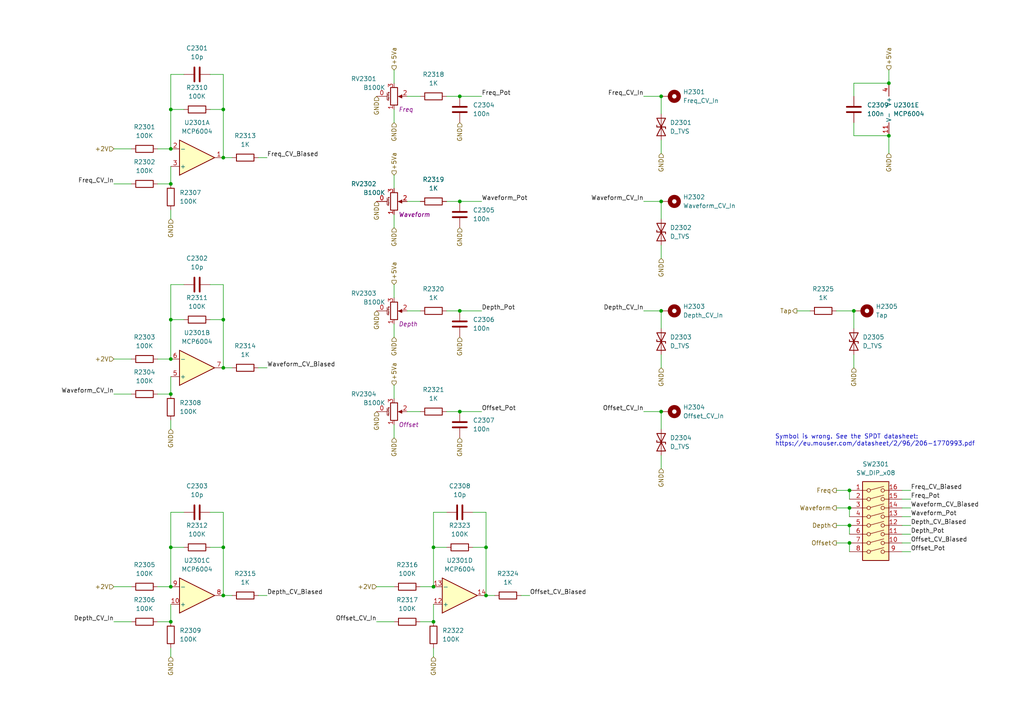
<source format=kicad_sch>
(kicad_sch (version 20211123) (generator eeschema)
  (paper "A4")
  (lib_symbols
    (symbol "Amplifier_Operational:MCP6004" (pin_names (offset 0.127))
      (property "Reference" "U" (at 0 5.08 0))
      (property "Value" "MCP6004" (at 0 -5.08 0))
      (symbol "MCP6004_1_1"
        (polyline (pts (xy -5.08 5.08) (xy 5.08 0) (xy -5.08 -5.08) (xy -5.08 5.08)) (stroke (width 0.254)) (fill (type background)))
        (pin output line (at 7.62 0 180) (length 2.54) (name "~") (number "1"))
        (pin input line (at -7.62 -2.54 0) (length 2.54) (name "-") (number "2"))
        (pin input line (at -7.62 2.54 0) (length 2.54) (name "+") (number "3"))
      )
      (symbol "MCP6004_2_1"
        (polyline (pts (xy -5.08 5.08) (xy 5.08 0) (xy -5.08 -5.08) (xy -5.08 5.08)) (stroke (width 0.254)) (fill (type background)))
        (pin input line (at -7.62 2.54 0) (length 2.54) (name "+") (number "5"))
        (pin input line (at -7.62 -2.54 0) (length 2.54) (name "-") (number "6"))
        (pin output line (at 7.62 0 180) (length 2.54) (name "~") (number "7"))
      )
      (symbol "MCP6004_3_1"
        (polyline (pts (xy -5.08 5.08) (xy 5.08 0) (xy -5.08 -5.08) (xy -5.08 5.08)) (stroke (width 0.254)) (fill (type background)))
        (pin input line (at -7.62 2.54 0) (length 2.54) (name "+") (number "10"))
        (pin output line (at 7.62 0 180) (length 2.54) (name "~") (number "8"))
        (pin input line (at -7.62 -2.54 0) (length 2.54) (name "-") (number "9"))
      )
      (symbol "MCP6004_4_1"
        (polyline (pts (xy -5.08 5.08) (xy 5.08 0) (xy -5.08 -5.08) (xy -5.08 5.08)) (stroke (width 0.254)) (fill (type background)))
        (pin input line (at -7.62 2.54 0) (length 2.54) (name "+") (number "12"))
        (pin input line (at -7.62 -2.54 0) (length 2.54) (name "-") (number "13"))
        (pin output line (at 7.62 0 180) (length 2.54) (name "~") (number "14"))
      )
      (symbol "MCP6004_5_1"
        (pin power_in line (at -2.54 -7.62 90) (length 3.81) (name "V-") (number "11"))
        (pin power_in line (at -2.54 7.62 270) (length 3.81) (name "V+") (number "4"))
      )
    )
    (symbol "Device:C" (pin_numbers hide) (pin_names (offset 0.254))
      (property "Reference" "C" (at 0.635 2.54 0))
      (property "Value" "C" (at 0.635 -2.54 0))
      (symbol "C_0_1"
        (polyline (pts (xy -2.032 -0.762) (xy 2.032 -0.762)) (stroke (width 0.508)))
        (polyline (pts (xy -2.032 0.762) (xy 2.032 0.762)) (stroke (width 0.508)))
      )
      (symbol "C_1_1"
        (pin passive line (at 0 3.81 270) (length 2.794) (name "~") (number "1"))
        (pin passive line (at 0 -3.81 90) (length 2.794) (name "~") (number "2"))
      )
    )
    (symbol "Device:D_TVS" (pin_numbers hide) (pin_names (offset 1.016) hide)
      (property "Reference" "D" (at 0 2.54 0))
      (property "Value" "D_TVS" (at 0 -2.54 0))
      (symbol "D_TVS_0_1"
        (polyline (pts (xy 1.27 0) (xy -1.27 0)))
        (polyline (pts (xy 0.508 1.27) (xy 0 1.27) (xy 0 -1.27) (xy -0.508 -1.27)) (stroke (width 0.254)))
        (polyline (pts (xy -2.54 1.27) (xy -2.54 -1.27) (xy 2.54 1.27) (xy 2.54 -1.27) (xy -2.54 1.27)) (stroke (width 0.254)))
      )
      (symbol "D_TVS_1_1"
        (pin passive line (at -3.81 0 0) (length 2.54) (name "A1") (number "1"))
        (pin passive line (at 3.81 0 180) (length 2.54) (name "A2") (number "2"))
      )
    )
    (symbol "Device:R" (pin_numbers hide) (pin_names (offset 0))
      (property "Reference" "R" (at 2.032 0 90))
      (property "Value" "R" (at 0 0 90))
      (symbol "R_0_1"
        (rectangle (start -1.016 -2.54) (end 1.016 2.54) (stroke (width 0.254)))
      )
      (symbol "R_1_1"
        (pin passive line (at 0 3.81 270) (length 1.27) (name "~") (number "1"))
        (pin passive line (at 0 -3.81 90) (length 1.27) (name "~") (number "2"))
      )
    )
    (symbol "Mechanical:MountingHole_Pad" (pin_numbers hide) (pin_names (offset 1.016) hide)
      (property "Reference" "H" (at 0 6.35 0))
      (property "Value" "MountingHole_Pad" (at 0 4.445 0))
      (symbol "MountingHole_Pad_0_1"
        (circle (center 0 1.27) (radius 1.27) (stroke (width 1.27)))
      )
      (symbol "MountingHole_Pad_1_1"
        (pin input line (at 0 -2.54 90) (length 2.54) (name "1") (number "1"))
      )
    )
    (symbol "R0904NB10KL-25KQ:R_Potentiometer_Shield" (pin_names (offset 1.016) hide)
      (property "Reference" "RV" (at -8.255 0 90))
      (property "Value" "R_Potentiometer_Shield" (at -6.35 0 90))
      (symbol "R_Potentiometer_Shield_0_1"
        (polyline (pts (xy 2.54 0) (xy 1.524 0)))
        (polyline (pts (xy 1.143 0) (xy 2.286 0.508) (xy 2.286 -0.508)) (fill (type outline)))
        (rectangle (start 1.016 2.54) (end -1.016 -2.54) (stroke (width 0.254)))
      )
      (symbol "R_Potentiometer_Shield_1_1"
        (polyline (pts (xy -2.032 1.016) (xy -2.032 -1.016)) (stroke (width 0.1524)))
        (text "Mounting" (at -1.651 0 900) (effects (font (size 0.381 0.381))))
        (pin passive line (at -5.08 0 0) (length 3.048) (name "ShieldPin") (number "0"))
        (pin passive line (at 0 3.81 270) (length 1.27) (name "1") (number "1"))
        (pin passive line (at 3.81 0 180) (length 1.27) (name "2") (number "2"))
        (pin passive line (at 0 -3.81 90) (length 1.27) (name "3") (number "3"))
      )
    )
    (symbol "Switch:SW_DIP_x08" (pin_names (offset 0) hide)
      (property "Reference" "SW" (at 0 13.97 0))
      (property "Value" "SW_DIP_x08" (at 0 -11.43 0))
      (symbol "SW_DIP_x08_0_0"
        (circle (center -2.032 -7.62) (radius 0.508))
        (circle (center -2.032 -5.08) (radius 0.508))
        (circle (center -2.032 -2.54) (radius 0.508))
        (circle (center -2.032 0) (radius 0.508))
        (circle (center -2.032 2.54) (radius 0.508))
        (circle (center -2.032 5.08) (radius 0.508))
        (circle (center -2.032 7.62) (radius 0.508))
        (circle (center -2.032 10.16) (radius 0.508))
        (polyline (pts (xy -1.524 -7.4676) (xy 2.3622 -6.4262)))
        (polyline (pts (xy -1.524 -4.9276) (xy 2.3622 -3.8862)))
        (polyline (pts (xy -1.524 -2.3876) (xy 2.3622 -1.3462)))
        (polyline (pts (xy -1.524 0.127) (xy 2.3622 1.1684)))
        (polyline (pts (xy -1.524 2.667) (xy 2.3622 3.7084)))
        (polyline (pts (xy -1.524 5.207) (xy 2.3622 6.2484)))
        (polyline (pts (xy -1.524 7.747) (xy 2.3622 8.7884)))
        (polyline (pts (xy -1.524 10.287) (xy 2.3622 11.3284)))
        (circle (center 2.032 -7.62) (radius 0.508))
        (circle (center 2.032 -5.08) (radius 0.508))
        (circle (center 2.032 -2.54) (radius 0.508))
        (circle (center 2.032 0) (radius 0.508))
        (circle (center 2.032 2.54) (radius 0.508))
        (circle (center 2.032 5.08) (radius 0.508))
        (circle (center 2.032 7.62) (radius 0.508))
        (circle (center 2.032 10.16) (radius 0.508))
      )
      (symbol "SW_DIP_x08_0_1"
        (rectangle (start -3.81 12.7) (end 3.81 -10.16) (stroke (width 0.254)) (fill (type background)))
      )
      (symbol "SW_DIP_x08_1_1"
        (pin passive line (at -7.62 10.16 0) (length 5.08) (name "~") (number "1"))
        (pin passive line (at 7.62 -5.08 180) (length 5.08) (name "~") (number "10"))
        (pin passive line (at 7.62 -2.54 180) (length 5.08) (name "~") (number "11"))
        (pin passive line (at 7.62 0 180) (length 5.08) (name "~") (number "12"))
        (pin passive line (at 7.62 2.54 180) (length 5.08) (name "~") (number "13"))
        (pin passive line (at 7.62 5.08 180) (length 5.08) (name "~") (number "14"))
        (pin passive line (at 7.62 7.62 180) (length 5.08) (name "~") (number "15"))
        (pin passive line (at 7.62 10.16 180) (length 5.08) (name "~") (number "16"))
        (pin passive line (at -7.62 7.62 0) (length 5.08) (name "~") (number "2"))
        (pin passive line (at -7.62 5.08 0) (length 5.08) (name "~") (number "3"))
        (pin passive line (at -7.62 2.54 0) (length 5.08) (name "~") (number "4"))
        (pin passive line (at -7.62 0 0) (length 5.08) (name "~") (number "5"))
        (pin passive line (at -7.62 -2.54 0) (length 5.08) (name "~") (number "6"))
        (pin passive line (at -7.62 -5.08 0) (length 5.08) (name "~") (number "7"))
        (pin passive line (at -7.62 -7.62 0) (length 5.08) (name "~") (number "8"))
        (pin passive line (at 7.62 -7.62 180) (length 5.08) (name "~") (number "9"))
      )
    )
  )
  (junction (at 246.38 142.24))
  (junction (at 246.38 157.48))
  (junction (at 133.35 58.42))
  (junction (at 191.77 58.42))
  (junction (at 140.97 158.75))
  (junction (at 49.53 180.34))
  (junction (at 49.53 114.3))
  (junction (at 133.35 27.94))
  (junction (at 64.77 172.72))
  (junction (at 64.77 158.75))
  (junction (at 257.81 39.37))
  (junction (at 49.53 158.75))
  (junction (at 191.77 119.38))
  (junction (at 246.38 147.32))
  (junction (at 125.73 170.18))
  (junction (at 133.35 119.38))
  (junction (at 125.73 158.75))
  (junction (at 191.77 27.94))
  (junction (at 49.53 92.71))
  (junction (at 49.53 31.75))
  (junction (at 140.97 172.72))
  (junction (at 246.38 152.4))
  (junction (at 64.77 31.75))
  (junction (at 49.53 170.18))
  (junction (at 133.35 90.17))
  (junction (at 191.77 90.17))
  (junction (at 49.53 53.34))
  (junction (at 64.77 45.72))
  (junction (at 257.81 24.13))
  (junction (at 64.77 92.71))
  (junction (at 49.53 104.14))
  (junction (at 64.77 106.68))
  (junction (at 49.53 43.18))
  (junction (at 247.65 90.17))
  (junction (at 125.73 180.34))
  (wire (pts (xy 191.77 119.38) (xy 191.77 124.46)))
  (wire (pts (xy 60.96 92.71) (xy 64.77 92.71)))
  (wire (pts (xy 64.77 82.55) (xy 64.77 92.71)))
  (wire (pts (xy 261.62 142.24) (xy 264.16 142.24)))
  (wire (pts (xy 247.65 102.87) (xy 247.65 106.68)))
  (wire (pts (xy 109.22 170.18) (xy 114.3 170.18)))
  (wire (pts (xy 261.62 149.86) (xy 264.16 149.86)))
  (wire (pts (xy 247.65 39.37) (xy 257.81 39.37)))
  (wire (pts (xy 45.72 170.18) (xy 49.53 170.18)))
  (wire (pts (xy 133.35 90.17) (xy 139.7 90.17)))
  (wire (pts (xy 186.69 90.17) (xy 191.77 90.17)))
  (wire (pts (xy 247.65 35.56) (xy 247.65 39.37)))
  (wire (pts (xy 114.3 20.32) (xy 114.3 24.13)))
  (wire (pts (xy 125.73 158.75) (xy 129.54 158.75)))
  (wire (pts (xy 64.77 92.71) (xy 64.77 106.68)))
  (wire (pts (xy 60.96 31.75) (xy 64.77 31.75)))
  (wire (pts (xy 246.38 147.32) (xy 246.38 149.86)))
  (wire (pts (xy 129.54 90.17) (xy 133.35 90.17)))
  (wire (pts (xy 114.3 62.23) (xy 114.3 66.04)))
  (wire (pts (xy 191.77 27.94) (xy 191.77 33.02)))
  (wire (pts (xy 247.65 27.94) (xy 247.65 24.13)))
  (wire (pts (xy 49.53 148.59) (xy 49.53 158.75)))
  (wire (pts (xy 137.16 158.75) (xy 140.97 158.75)))
  (wire (pts (xy 49.53 170.18) (xy 49.53 158.75)))
  (wire (pts (xy 261.62 147.32) (xy 264.16 147.32)))
  (wire (pts (xy 114.3 50.8) (xy 114.3 54.61)))
  (wire (pts (xy 64.77 148.59) (xy 64.77 158.75)))
  (wire (pts (xy 140.97 172.72) (xy 143.51 172.72)))
  (wire (pts (xy 45.72 53.34) (xy 49.53 53.34)))
  (wire (pts (xy 45.72 43.18) (xy 49.53 43.18)))
  (wire (pts (xy 191.77 40.64) (xy 191.77 44.45)))
  (wire (pts (xy 125.73 148.59) (xy 125.73 158.75)))
  (wire (pts (xy 49.53 92.71) (xy 53.34 92.71)))
  (wire (pts (xy 242.57 147.32) (xy 246.38 147.32)))
  (wire (pts (xy 38.1 53.34) (xy 33.02 53.34)))
  (wire (pts (xy 261.62 154.94) (xy 264.16 154.94)))
  (wire (pts (xy 38.1 114.3) (xy 33.02 114.3)))
  (wire (pts (xy 242.57 142.24) (xy 246.38 142.24)))
  (wire (pts (xy 118.11 27.94) (xy 121.92 27.94)))
  (wire (pts (xy 60.96 158.75) (xy 64.77 158.75)))
  (wire (pts (xy 118.11 119.38) (xy 121.92 119.38)))
  (wire (pts (xy 140.97 158.75) (xy 140.97 172.72)))
  (wire (pts (xy 247.65 24.13) (xy 257.81 24.13)))
  (wire (pts (xy 74.93 106.68) (xy 77.47 106.68)))
  (wire (pts (xy 186.69 119.38) (xy 191.77 119.38)))
  (wire (pts (xy 257.81 39.37) (xy 257.81 44.45)))
  (wire (pts (xy 49.53 21.59) (xy 49.53 31.75)))
  (wire (pts (xy 45.72 180.34) (xy 49.53 180.34)))
  (wire (pts (xy 33.02 170.18) (xy 38.1 170.18)))
  (wire (pts (xy 49.53 31.75) (xy 53.34 31.75)))
  (wire (pts (xy 45.72 104.14) (xy 49.53 104.14)))
  (wire (pts (xy 242.57 157.48) (xy 246.38 157.48)))
  (wire (pts (xy 60.96 21.59) (xy 64.77 21.59)))
  (wire (pts (xy 60.96 82.55) (xy 64.77 82.55)))
  (wire (pts (xy 125.73 170.18) (xy 125.73 158.75)))
  (wire (pts (xy 49.53 82.55) (xy 49.53 92.71)))
  (wire (pts (xy 242.57 90.17) (xy 247.65 90.17)))
  (wire (pts (xy 121.92 170.18) (xy 125.73 170.18)))
  (wire (pts (xy 49.53 60.96) (xy 49.53 63.5)))
  (wire (pts (xy 246.38 152.4) (xy 246.38 154.94)))
  (wire (pts (xy 191.77 90.17) (xy 191.77 95.25)))
  (wire (pts (xy 114.3 123.19) (xy 114.3 127)))
  (wire (pts (xy 53.34 82.55) (xy 49.53 82.55)))
  (wire (pts (xy 129.54 27.94) (xy 133.35 27.94)))
  (wire (pts (xy 246.38 142.24) (xy 246.38 144.78)))
  (wire (pts (xy 191.77 102.87) (xy 191.77 106.68)))
  (wire (pts (xy 49.53 43.18) (xy 49.53 31.75)))
  (wire (pts (xy 137.16 148.59) (xy 140.97 148.59)))
  (wire (pts (xy 191.77 132.08) (xy 191.77 135.89)))
  (wire (pts (xy 133.35 119.38) (xy 139.7 119.38)))
  (wire (pts (xy 64.77 158.75) (xy 64.77 172.72)))
  (wire (pts (xy 133.35 27.94) (xy 139.7 27.94)))
  (wire (pts (xy 118.11 58.42) (xy 121.92 58.42)))
  (wire (pts (xy 129.54 58.42) (xy 133.35 58.42)))
  (wire (pts (xy 53.34 148.59) (xy 49.53 148.59)))
  (wire (pts (xy 49.53 121.92) (xy 49.53 124.46)))
  (wire (pts (xy 191.77 58.42) (xy 191.77 63.5)))
  (wire (pts (xy 64.77 106.68) (xy 67.31 106.68)))
  (wire (pts (xy 261.62 144.78) (xy 264.16 144.78)))
  (wire (pts (xy 114.3 180.34) (xy 109.22 180.34)))
  (wire (pts (xy 45.72 114.3) (xy 49.53 114.3)))
  (wire (pts (xy 129.54 119.38) (xy 133.35 119.38)))
  (wire (pts (xy 64.77 21.59) (xy 64.77 31.75)))
  (wire (pts (xy 49.53 175.26) (xy 49.53 180.34)))
  (wire (pts (xy 133.35 58.42) (xy 139.7 58.42)))
  (wire (pts (xy 231.14 90.17) (xy 234.95 90.17)))
  (wire (pts (xy 53.34 21.59) (xy 49.53 21.59)))
  (wire (pts (xy 74.93 45.72) (xy 77.47 45.72)))
  (wire (pts (xy 74.93 172.72) (xy 77.47 172.72)))
  (wire (pts (xy 140.97 148.59) (xy 140.97 158.75)))
  (wire (pts (xy 64.77 45.72) (xy 67.31 45.72)))
  (wire (pts (xy 38.1 180.34) (xy 33.02 180.34)))
  (wire (pts (xy 49.53 158.75) (xy 53.34 158.75)))
  (wire (pts (xy 118.11 90.17) (xy 121.92 90.17)))
  (wire (pts (xy 186.69 58.42) (xy 191.77 58.42)))
  (wire (pts (xy 261.62 152.4) (xy 264.16 152.4)))
  (wire (pts (xy 49.53 48.26) (xy 49.53 53.34)))
  (wire (pts (xy 33.02 43.18) (xy 38.1 43.18)))
  (wire (pts (xy 64.77 31.75) (xy 64.77 45.72)))
  (wire (pts (xy 242.57 152.4) (xy 246.38 152.4)))
  (wire (pts (xy 121.92 180.34) (xy 125.73 180.34)))
  (wire (pts (xy 261.62 157.48) (xy 264.16 157.48)))
  (wire (pts (xy 114.3 111.76) (xy 114.3 115.57)))
  (wire (pts (xy 64.77 172.72) (xy 67.31 172.72)))
  (wire (pts (xy 151.13 172.72) (xy 153.67 172.72)))
  (wire (pts (xy 49.53 109.22) (xy 49.53 114.3)))
  (wire (pts (xy 191.77 71.12) (xy 191.77 74.93)))
  (wire (pts (xy 247.65 90.17) (xy 247.65 95.25)))
  (wire (pts (xy 33.02 104.14) (xy 38.1 104.14)))
  (wire (pts (xy 261.62 160.02) (xy 264.16 160.02)))
  (wire (pts (xy 49.53 104.14) (xy 49.53 92.71)))
  (wire (pts (xy 125.73 175.26) (xy 125.73 180.34)))
  (wire (pts (xy 257.81 20.32) (xy 257.81 24.13)))
  (wire (pts (xy 60.96 148.59) (xy 64.77 148.59)))
  (wire (pts (xy 129.54 148.59) (xy 125.73 148.59)))
  (wire (pts (xy 186.69 27.94) (xy 191.77 27.94)))
  (wire (pts (xy 246.38 157.48) (xy 246.38 160.02)))
  (wire (pts (xy 114.3 31.75) (xy 114.3 35.56)))
  (wire (pts (xy 49.53 187.96) (xy 49.53 190.5)))
  (wire (pts (xy 114.3 82.55) (xy 114.3 86.36)))
  (wire (pts (xy 114.3 93.98) (xy 114.3 97.79)))
  (wire (pts (xy 125.73 187.96) (xy 125.73 190.5)))
  (text "Symbol is wrong. See the SPDT datasheet:\nhttps://eu.mouser.com/datasheet/2/96/206-1770993.pdf" (at 224.79 129.54 0) (effects (font (size 1.27 1.27)) (justify left bottom)))
  (label "Offset_Pot" (at 264.16 160.02 0))
  (label "Freq_CV_In" (at 33.02 53.34 180))
  (label "Waveform_CV_Biased" (at 264.16 147.32 0))
  (label "Waveform_Pot" (at 264.16 149.86 0))
  (label "Depth_CV_Biased" (at 264.16 152.4 0))
  (label "Depth_Pot" (at 264.16 154.94 0))
  (label "Waveform_CV_Biased" (at 77.47 106.68 0))
  (label "Waveform_CV_In" (at 186.69 58.42 180))
  (label "Offset_CV_In" (at 186.69 119.38 180))
  (label "Depth_CV_Biased" (at 77.47 172.72 0))
  (label "Depth_CV_In" (at 33.02 180.34 180))
  (label "Freq_Pot" (at 264.16 144.78 0))
  (label "Freq_CV_Biased" (at 264.16 142.24 0))
  (label "Offset_CV_Biased" (at 264.16 157.48 0))
  (label "Offset_CV_Biased" (at 153.67 172.72 0))
  (label "Depth_CV_In" (at 186.69 90.17 180))
  (label "Offset_CV_In" (at 109.22 180.34 180))
  (label "Depth_Pot" (at 139.7 90.17 0))
  (label "Freq_Pot" (at 139.7 27.94 0))
  (label "Waveform_Pot" (at 139.7 58.42 0))
  (label "Offset_Pot" (at 139.7 119.38 0))
  (label "Waveform_CV_In" (at 33.02 114.3 180))
  (label "Freq_CV_Biased" (at 77.47 45.72 0))
  (label "Freq_CV_In" (at 186.69 27.94 180))
  (hierarchical_label "GND" (shape input) (at 133.35 127 270))
  (hierarchical_label "GND" (shape input) (at 191.77 44.45 270))
  (hierarchical_label "GND" (shape input) (at 114.3 35.56 270))
  (hierarchical_label "GND" (shape input) (at 109.22 119.38 270))
  (hierarchical_label "+5Va" (shape input) (at 114.3 50.8 90))
  (hierarchical_label "Offset" (shape output) (at 242.57 157.48 180))
  (hierarchical_label "GND" (shape input) (at 191.77 106.68 270))
  (hierarchical_label "GND" (shape input) (at 133.35 35.56 270))
  (hierarchical_label "GND" (shape input) (at 247.65 106.68 270))
  (hierarchical_label "+5Va" (shape input) (at 114.3 20.32 90))
  (hierarchical_label "GND" (shape input) (at 114.3 66.04 270))
  (hierarchical_label "+2V" (shape input) (at 33.02 104.14 180))
  (hierarchical_label "GND" (shape input) (at 125.73 190.5 270))
  (hierarchical_label "+5Va" (shape input) (at 257.81 20.32 90))
  (hierarchical_label "GND" (shape input) (at 49.53 124.46 270))
  (hierarchical_label "GND" (shape input) (at 114.3 127 270))
  (hierarchical_label "+5Va" (shape input) (at 114.3 111.76 90))
  (hierarchical_label "Depth" (shape output) (at 242.57 152.4 180))
  (hierarchical_label "Tap" (shape output) (at 231.14 90.17 180))
  (hierarchical_label "GND" (shape input) (at 257.81 44.45 270))
  (hierarchical_label "+2V" (shape input) (at 109.22 170.18 180))
  (hierarchical_label "GND" (shape input) (at 49.53 190.5 270))
  (hierarchical_label "+2V" (shape input) (at 33.02 170.18 180))
  (hierarchical_label "GND" (shape input) (at 109.22 27.94 270))
  (hierarchical_label "GND" (shape input) (at 191.77 74.93 270))
  (hierarchical_label "+5Va" (shape input) (at 114.3 82.55 90))
  (hierarchical_label "GND" (shape input) (at 109.22 90.17 270))
  (hierarchical_label "GND" (shape input) (at 109.22 58.42 270))
  (hierarchical_label "GND" (shape input) (at 133.35 66.04 270))
  (hierarchical_label "+2V" (shape input) (at 33.02 43.18 180))
  (hierarchical_label "GND" (shape input) (at 133.35 97.79 270))
  (hierarchical_label "GND" (shape input) (at 114.3 97.79 270))
  (hierarchical_label "Freq" (shape output) (at 242.57 142.24 180))
  (hierarchical_label "GND" (shape input) (at 191.77 135.89 270))
  (hierarchical_label "Waveform" (shape output) (at 242.57 147.32 180))
  (hierarchical_label "GND" (shape input) (at 49.53 63.5 270))
  (symbol (lib_id "R0904NB10KL-25KQ:R_Potentiometer_Shield") (at 114.3 27.94 0) (mirror x) (unit 1)
    (property "Reference" "RV2301" (at 109.22 22.86 0) (effects (justify right)))
    (property "Value" "B100K" (at 111.76 25.4 0) (effects (justify right)))
    (property "Footprint" "R0904NB10KL-25KQ:V2_TRIM_R0904NB10KL-25KQ-" (effects hide))
    (property "Role" "Freq" (at 115.57 31.75 0) (effects (font italic) (justify left)))
  )
  (symbol (lib_id "Device:R") (at 57.15 158.75 90) (unit 1)
    (property "Reference" "R2312" (at 57.15 152.4 90))
    (property "Value" "100K" (at 57.15 154.94 90))
    (property "Footprint" "Resistor_SMD:R_0603_1608Metric_Pad0.98x0.95mm_HandSolder" (effects hide))
  )
  (symbol (lib_id "Device:C") (at 57.15 82.55 90) (unit 1)
    (property "Reference" "C2302" (at 57.15 74.93 90))
    (property "Value" "10p" (at 57.15 77.47 90))
    (property "Footprint" "Capacitor_SMD:C_0603_1608Metric_Pad1.08x0.95mm_HandSolder" (effects hide))
  )
  (symbol (lib_id "Amplifier_Operational:MCP6004") (at 133.35 172.72 0) (mirror x) (unit 4)
    (property "Reference" "U2301" (at 133.35 162.56 0))
    (property "Value" "MCP6004" (at 133.35 165.1 0))
    (property "Footprint" "Package_SO:SOIC-14_3.9x8.7mm_P1.27mm" (effects hide))
    (property "Datasheet" "http://ww1.microchip.com/downloads/en/DeviceDoc/21733j.pdf" (effects hide))
  )
  (symbol (lib_id "Device:D_TVS") (at 191.77 36.83 90) (unit 1)
    (property "Reference" "D2301" (at 194.31 35.5599 90) (effects (justify right)))
    (property "Value" "D_TVS" (at 194.31 38.0999 90) (effects (justify right)))
    (property "Footprint" "Diode_SMD:D_SOD-323_HandSoldering" (effects hide))
  )
  (symbol (lib_id "Device:D_TVS") (at 191.77 128.27 90) (unit 1)
    (property "Reference" "D2304" (at 194.31 126.9999 90) (effects (justify right)))
    (property "Value" "D_TVS" (at 194.31 129.5399 90) (effects (justify right)))
    (property "Footprint" "Diode_SMD:D_SOD-323_HandSoldering" (effects hide))
  )
  (symbol (lib_id "Device:R") (at 57.15 92.71 90) (unit 1)
    (property "Reference" "R2311" (at 57.15 86.36 90))
    (property "Value" "100K" (at 57.15 88.9 90))
    (property "Footprint" "Resistor_SMD:R_0603_1608Metric_Pad0.98x0.95mm_HandSolder" (effects hide))
  )
  (symbol (lib_id "Device:R") (at 147.32 172.72 90) (unit 1)
    (property "Reference" "R2324" (at 147.32 166.37 90))
    (property "Value" "1K" (at 147.32 168.91 90))
    (property "Footprint" "Resistor_SMD:R_0603_1608Metric_Pad0.98x0.95mm_HandSolder" (effects hide))
  )
  (symbol (lib_id "Device:C") (at 133.35 148.59 90) (unit 1)
    (property "Reference" "C2308" (at 133.35 140.97 90))
    (property "Value" "10p" (at 133.35 143.51 90))
    (property "Footprint" "Capacitor_SMD:C_0603_1608Metric_Pad1.08x0.95mm_HandSolder" (effects hide))
  )
  (symbol (lib_id "Mechanical:MountingHole_Pad") (at 194.31 90.17 270) (unit 1)
    (property "Reference" "H2303" (at 198.12 88.8999 90) (effects (justify left)))
    (property "Value" "Depth_CV_In" (at 198.12 91.4399 90) (effects (justify left)))
    (property "Footprint" "MountingHole:MountingHole_4.3mm_M4_Pad_TopBottom" (effects hide))
  )
  (symbol (lib_id "Device:R") (at 125.73 90.17 90) (unit 1)
    (property "Reference" "R2320" (at 125.73 83.82 90))
    (property "Value" "1K" (at 125.73 86.36 90))
    (property "Footprint" "Resistor_SMD:R_0603_1608Metric_Pad0.98x0.95mm_HandSolder" (effects hide))
  )
  (symbol (lib_id "Amplifier_Operational:MCP6004") (at 57.15 45.72 0) (mirror x) (unit 1)
    (property "Reference" "U2301" (at 57.15 35.56 0))
    (property "Value" "MCP6004" (at 57.15 38.1 0))
    (property "Footprint" "Package_SO:SOIC-14_3.9x8.7mm_P1.27mm" (effects hide))
    (property "Datasheet" "http://ww1.microchip.com/downloads/en/DeviceDoc/21733j.pdf" (effects hide))
  )
  (symbol (lib_id "Device:C") (at 133.35 62.23 0) (unit 1)
    (property "Reference" "C2305" (at 137.16 60.9599 0) (effects (justify left)))
    (property "Value" "100n" (at 137.16 63.4999 0) (effects (justify left)))
    (property "Footprint" "Capacitor_SMD:C_0603_1608Metric_Pad1.08x0.95mm_HandSolder" (effects hide))
  )
  (symbol (lib_id "Device:R") (at 41.91 43.18 90) (unit 1)
    (property "Reference" "R2301" (at 41.91 36.83 90))
    (property "Value" "100K" (at 41.91 39.37 90))
    (property "Footprint" "Resistor_SMD:R_0603_1608Metric_Pad0.98x0.95mm_HandSolder" (effects hide))
  )
  (symbol (lib_id "Mechanical:MountingHole_Pad") (at 194.31 58.42 270) (unit 1)
    (property "Reference" "H2302" (at 198.12 57.1499 90) (effects (justify left)))
    (property "Value" "Waveform_CV_In" (at 198.12 59.6899 90) (effects (justify left)))
    (property "Footprint" "MountingHole:MountingHole_4.3mm_M4_Pad_TopBottom" (effects hide))
  )
  (symbol (lib_id "Device:R") (at 41.91 114.3 90) (unit 1)
    (property "Reference" "R2304" (at 41.91 107.95 90))
    (property "Value" "100K" (at 41.91 110.49 90))
    (property "Footprint" "Resistor_SMD:R_0603_1608Metric_Pad0.98x0.95mm_HandSolder" (effects hide))
  )
  (symbol (lib_id "Device:R") (at 57.15 31.75 90) (unit 1)
    (property "Reference" "R2310" (at 57.15 25.4 90))
    (property "Value" "100K" (at 57.15 27.94 90))
    (property "Footprint" "Resistor_SMD:R_0603_1608Metric_Pad0.98x0.95mm_HandSolder" (effects hide))
  )
  (symbol (lib_id "Device:D_TVS") (at 191.77 67.31 90) (unit 1)
    (property "Reference" "D2302" (at 194.31 66.0399 90) (effects (justify right)))
    (property "Value" "D_TVS" (at 194.31 68.5799 90) (effects (justify right)))
    (property "Footprint" "Diode_SMD:D_SOD-323_HandSoldering" (effects hide))
  )
  (symbol (lib_id "Device:R") (at 41.91 170.18 90) (unit 1)
    (property "Reference" "R2305" (at 41.91 163.83 90))
    (property "Value" "100K" (at 41.91 166.37 90))
    (property "Footprint" "Resistor_SMD:R_0603_1608Metric_Pad0.98x0.95mm_HandSolder" (effects hide))
  )
  (symbol (lib_id "Mechanical:MountingHole_Pad") (at 194.31 119.38 270) (unit 1)
    (property "Reference" "H2304" (at 198.12 118.1099 90) (effects (justify left)))
    (property "Value" "Offset_CV_In" (at 198.12 120.6499 90) (effects (justify left)))
    (property "Footprint" "MountingHole:MountingHole_4.3mm_M4_Pad_TopBottom" (effects hide))
  )
  (symbol (lib_id "Mechanical:MountingHole_Pad") (at 250.19 90.17 270) (unit 1)
    (property "Reference" "H2305" (at 254 88.8999 90) (effects (justify left)))
    (property "Value" "Tap" (at 254 91.4399 90) (effects (justify left)))
    (property "Footprint" "MountingHole:MountingHole_4.3mm_M4_Pad_TopBottom" (effects hide))
  )
  (symbol (lib_id "Device:R") (at 41.91 104.14 90) (unit 1)
    (property "Reference" "R2303" (at 41.91 97.79 90))
    (property "Value" "100K" (at 41.91 100.33 90))
    (property "Footprint" "Resistor_SMD:R_0603_1608Metric_Pad0.98x0.95mm_HandSolder" (effects hide))
  )
  (symbol (lib_id "Device:D_TVS") (at 247.65 99.06 90) (unit 1)
    (property "Reference" "D2305" (at 250.19 97.7899 90) (effects (justify right)))
    (property "Value" "D_TVS" (at 250.19 100.3299 90) (effects (justify right)))
    (property "Footprint" "Diode_SMD:D_SOD-323_HandSoldering" (effects hide))
  )
  (symbol (lib_id "R0904NB10KL-25KQ:R_Potentiometer_Shield") (at 114.3 90.17 0) (mirror x) (unit 1)
    (property "Reference" "RV2303" (at 109.22 85.09 0) (effects (justify right)))
    (property "Value" "B100K" (at 111.76 87.63 0) (effects (justify right)))
    (property "Footprint" "R0904NB10KL-25KQ:V2_TRIM_R0904NB10KL-25KQ-" (effects hide))
    (property "Role" "Depth" (at 115.57 93.98 0) (effects (font italic) (justify left)))
  )
  (symbol (lib_id "Device:R") (at 118.11 170.18 90) (unit 1)
    (property "Reference" "R2316" (at 118.11 163.83 90))
    (property "Value" "100K" (at 118.11 166.37 90))
    (property "Footprint" "Resistor_SMD:R_0603_1608Metric_Pad0.98x0.95mm_HandSolder" (effects hide))
  )
  (symbol (lib_id "Device:R") (at 118.11 180.34 90) (unit 1)
    (property "Reference" "R2317" (at 118.11 173.99 90))
    (property "Value" "100K" (at 118.11 176.53 90))
    (property "Footprint" "Resistor_SMD:R_0603_1608Metric_Pad0.98x0.95mm_HandSolder" (effects hide))
  )
  (symbol (lib_id "Device:C") (at 133.35 31.75 0) (unit 1)
    (property "Reference" "C2304" (at 137.16 30.4799 0) (effects (justify left)))
    (property "Value" "100n" (at 137.16 33.0199 0) (effects (justify left)))
    (property "Footprint" "Capacitor_SMD:C_0603_1608Metric_Pad1.08x0.95mm_HandSolder" (effects hide))
  )
  (symbol (lib_id "Mechanical:MountingHole_Pad") (at 194.31 27.94 270) (unit 1)
    (property "Reference" "H2301" (at 198.12 26.6699 90) (effects (justify left)))
    (property "Value" "Freq_CV_In" (at 198.12 29.2099 90) (effects (justify left)))
    (property "Footprint" "MountingHole:MountingHole_4.3mm_M4_Pad_TopBottom" (effects hide))
  )
  (symbol (lib_id "R0904NB10KL-25KQ:R_Potentiometer_Shield") (at 114.3 119.38 0) (mirror x) (unit 1)
    (property "Reference" "RV2304" (at 109.22 114.3 0) (effects (justify right)))
    (property "Value" "B100K" (at 111.76 116.84 0) (effects (justify right)))
    (property "Footprint" "R0904NB10KL-25KQ:V2_TRIM_R0904NB10KL-25KQ-" (effects hide))
    (property "Role" "Offset" (at 115.57 123.19 0) (effects (font italic) (justify left)))
  )
  (symbol (lib_id "Device:R") (at 71.12 172.72 90) (unit 1)
    (property "Reference" "R2315" (at 71.12 166.37 90))
    (property "Value" "1K" (at 71.12 168.91 90))
    (property "Footprint" "Resistor_SMD:R_0603_1608Metric_Pad0.98x0.95mm_HandSolder" (effects hide))
  )
  (symbol (lib_id "Switch:SW_DIP_x08") (at 254 152.4 0) (unit 1)
    (property "Reference" "SW2301" (at 254 134.62 0))
    (property "Value" "SW_DIP_x08" (at 254 137.16 0))
    (property "Footprint" "Button_Switch_THT:SW_DIP_SPSTx08_Slide_9.78x22.5mm_W7.62mm_P2.54mm" (effects hide))
  )
  (symbol (lib_id "Device:C") (at 133.35 93.98 0) (unit 1)
    (property "Reference" "C2306" (at 137.16 92.7099 0) (effects (justify left)))
    (property "Value" "100n" (at 137.16 95.2499 0) (effects (justify left)))
    (property "Footprint" "Capacitor_SMD:C_0603_1608Metric_Pad1.08x0.95mm_HandSolder" (effects hide))
  )
  (symbol (lib_id "Amplifier_Operational:MCP6004") (at 57.15 106.68 0) (mirror x) (unit 2)
    (property "Reference" "U2301" (at 57.15 96.52 0))
    (property "Value" "MCP6004" (at 57.15 99.06 0))
    (property "Footprint" "Package_SO:SOIC-14_3.9x8.7mm_P1.27mm" (effects hide))
    (property "Datasheet" "http://ww1.microchip.com/downloads/en/DeviceDoc/21733j.pdf" (effects hide))
  )
  (symbol (lib_id "Device:C") (at 57.15 21.59 90) (unit 1)
    (property "Reference" "C2301" (at 57.15 13.97 90))
    (property "Value" "10p" (at 57.15 16.51 90))
    (property "Footprint" "Capacitor_SMD:C_0603_1608Metric_Pad1.08x0.95mm_HandSolder" (effects hide))
  )
  (symbol (lib_id "Device:R") (at 125.73 184.15 180) (unit 1)
    (property "Reference" "R2322" (at 128.27 182.8799 0) (effects (justify right)))
    (property "Value" "100K" (at 128.27 185.4199 0) (effects (justify right)))
    (property "Footprint" "Resistor_SMD:R_0603_1608Metric_Pad0.98x0.95mm_HandSolder" (effects hide))
  )
  (symbol (lib_id "Device:R") (at 41.91 180.34 90) (unit 1)
    (property "Reference" "R2306" (at 41.91 173.99 90))
    (property "Value" "100K" (at 41.91 176.53 90))
    (property "Footprint" "Resistor_SMD:R_0603_1608Metric_Pad0.98x0.95mm_HandSolder" (effects hide))
  )
  (symbol (lib_id "Device:R") (at 133.35 158.75 90) (unit 1)
    (property "Reference" "R2323" (at 133.35 152.4 90))
    (property "Value" "100K" (at 133.35 154.94 90))
    (property "Footprint" "Resistor_SMD:R_0603_1608Metric_Pad0.98x0.95mm_HandSolder" (effects hide))
  )
  (symbol (lib_id "Device:C") (at 133.35 123.19 0) (unit 1)
    (property "Reference" "C2307" (at 137.16 121.9199 0) (effects (justify left)))
    (property "Value" "100n" (at 137.16 124.4599 0) (effects (justify left)))
    (property "Footprint" "Capacitor_SMD:C_0603_1608Metric_Pad1.08x0.95mm_HandSolder" (effects hide))
  )
  (symbol (lib_id "Device:R") (at 125.73 58.42 90) (unit 1)
    (property "Reference" "R2319" (at 125.73 52.07 90))
    (property "Value" "1K" (at 125.73 54.61 90))
    (property "Footprint" "Resistor_SMD:R_0603_1608Metric_Pad0.98x0.95mm_HandSolder" (effects hide))
  )
  (symbol (lib_id "Amplifier_Operational:MCP6004") (at 260.35 31.75 0) (unit 5)
    (property "Reference" "U2301" (at 259.08 30.4799 0) (effects (justify left)))
    (property "Value" "MCP6004" (at 259.08 33.0199 0) (effects (justify left)))
    (property "Footprint" "Package_SO:SOIC-14_3.9x8.7mm_P1.27mm" (effects hide))
    (property "Datasheet" "http://ww1.microchip.com/downloads/en/DeviceDoc/21733j.pdf" (effects hide))
  )
  (symbol (lib_id "Device:C") (at 57.15 148.59 90) (unit 1)
    (property "Reference" "C2303" (at 57.15 140.97 90))
    (property "Value" "10p" (at 57.15 143.51 90))
    (property "Footprint" "Capacitor_SMD:C_0603_1608Metric_Pad1.08x0.95mm_HandSolder" (effects hide))
  )
  (symbol (lib_id "R0904NB10KL-25KQ:R_Potentiometer_Shield") (at 114.3 58.42 0) (mirror x) (unit 1)
    (property "Reference" "RV2302" (at 109.22 53.34 0) (effects (justify right)))
    (property "Value" "B100K" (at 111.76 55.88 0) (effects (justify right)))
    (property "Footprint" "R0904NB10KL-25KQ:V2_TRIM_R0904NB10KL-25KQ-" (effects hide))
    (property "Role" "Waveform" (at 115.57 62.23 0) (effects (font italic) (justify left)))
  )
  (symbol (lib_id "Device:R") (at 238.76 90.17 90) (unit 1)
    (property "Reference" "R2325" (at 238.76 83.82 90))
    (property "Value" "1K" (at 238.76 86.36 90))
    (property "Footprint" "Resistor_SMD:R_0603_1608Metric_Pad0.98x0.95mm_HandSolder" (effects hide))
  )
  (symbol (lib_id "Device:R") (at 125.73 119.38 90) (unit 1)
    (property "Reference" "R2321" (at 125.73 113.03 90))
    (property "Value" "1K" (at 125.73 115.57 90))
    (property "Footprint" "Resistor_SMD:R_0603_1608Metric_Pad0.98x0.95mm_HandSolder" (effects hide))
  )
  (symbol (lib_id "Device:D_TVS") (at 191.77 99.06 90) (unit 1)
    (property "Reference" "D2303" (at 194.31 97.7899 90) (effects (justify right)))
    (property "Value" "D_TVS" (at 194.31 100.3299 90) (effects (justify right)))
    (property "Footprint" "Diode_SMD:D_SOD-323_HandSoldering" (effects hide))
  )
  (symbol (lib_id "Device:R") (at 125.73 27.94 90) (unit 1)
    (property "Reference" "R2318" (at 125.73 21.59 90))
    (property "Value" "1K" (at 125.73 24.13 90))
    (property "Footprint" "Resistor_SMD:R_0603_1608Metric_Pad0.98x0.95mm_HandSolder" (effects hide))
  )
  (symbol (lib_id "Device:R") (at 49.53 57.15 180) (unit 1)
    (property "Reference" "R2307" (at 52.07 55.8799 0) (effects (justify right)))
    (property "Value" "100K" (at 52.07 58.4199 0) (effects (justify right)))
    (property "Footprint" "Resistor_SMD:R_0603_1608Metric_Pad0.98x0.95mm_HandSolder" (effects hide))
  )
  (symbol (lib_id "Device:C") (at 247.65 31.75 0) (unit 1)
    (property "Reference" "C2309" (at 251.46 30.4799 0) (effects (justify left)))
    (property "Value" "100n" (at 251.46 33.0199 0) (effects (justify left)))
    (property "Footprint" "Capacitor_SMD:C_0603_1608Metric_Pad1.08x0.95mm_HandSolder" (effects hide))
  )
  (symbol (lib_id "Device:R") (at 49.53 118.11 180) (unit 1)
    (property "Reference" "R2308" (at 52.07 116.8399 0) (effects (justify right)))
    (property "Value" "100K" (at 52.07 119.3799 0) (effects (justify right)))
    (property "Footprint" "Resistor_SMD:R_0603_1608Metric_Pad0.98x0.95mm_HandSolder" (effects hide))
  )
  (symbol (lib_id "Device:R") (at 71.12 106.68 90) (unit 1)
    (property "Reference" "R2314" (at 71.12 100.33 90))
    (property "Value" "1K" (at 71.12 102.87 90))
    (property "Footprint" "Resistor_SMD:R_0603_1608Metric_Pad0.98x0.95mm_HandSolder" (effects hide))
  )
  (symbol (lib_id "Device:R") (at 41.91 53.34 90) (unit 1)
    (property "Reference" "R2302" (at 41.91 46.99 90))
    (property "Value" "100K" (at 41.91 49.53 90))
    (property "Footprint" "Resistor_SMD:R_0603_1608Metric_Pad0.98x0.95mm_HandSolder" (effects hide))
  )
  (symbol (lib_id "Device:R") (at 49.53 184.15 180) (unit 1)
    (property "Reference" "R2309" (at 52.07 182.8799 0) (effects (justify right)))
    (property "Value" "100K" (at 52.07 185.4199 0) (effects (justify right)))
    (property "Footprint" "Resistor_SMD:R_0603_1608Metric_Pad0.98x0.95mm_HandSolder" (effects hide))
  )
  (symbol (lib_id "Device:R") (at 71.12 45.72 90) (unit 1)
    (property "Reference" "R2313" (at 71.12 39.37 90))
    (property "Value" "1K" (at 71.12 41.91 90))
    (property "Footprint" "Resistor_SMD:R_0603_1608Metric_Pad0.98x0.95mm_HandSolder" (effects hide))
  )
  (symbol (lib_id "Amplifier_Operational:MCP6004") (at 57.15 172.72 0) (mirror x) (unit 3)
    (property "Reference" "U2301" (at 57.15 162.56 0))
    (property "Value" "MCP6004" (at 57.15 165.1 0))
    (property "Footprint" "Package_SO:SOIC-14_3.9x8.7mm_P1.27mm" (effects hide))
    (property "Datasheet" "http://ww1.microchip.com/downloads/en/DeviceDoc/21733j.pdf" (effects hide))
  )
)
</source>
